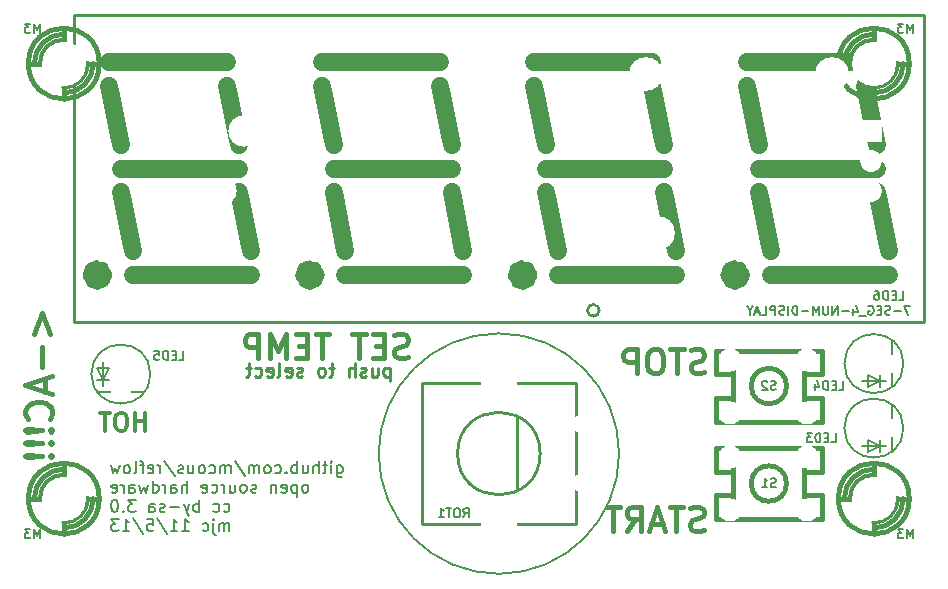
<source format=gbo>
G04 (created by PCBNEW (2013-07-07 BZR 4022)-stable) date 11/5/2013 1:48:53 AM*
%MOIN*%
G04 Gerber Fmt 3.4, Leading zero omitted, Abs format*
%FSLAX34Y34*%
G01*
G70*
G90*
G04 APERTURE LIST*
%ADD10C,0.006*%
%ADD11C,0.008*%
%ADD12C,0.009*%
%ADD13C,0.018*%
%ADD14C,0.00787402*%
%ADD15C,0.015*%
%ADD16C,0.01*%
%ADD17C,0.0590551*%
%ADD18C,0.016*%
%ADD19C,0.012*%
%ADD20C,0.0847*%
%ADD21C,0.0769*%
%ADD22C,0.1044*%
%ADD23C,0.1123*%
%ADD24C,0.0768661*%
%ADD25C,0.0650551*%
%ADD26C,0.12411*%
%ADD27R,0.0493071X0.0493071*%
%ADD28C,0.0532441*%
%ADD29R,0.0729291X0.0729291*%
%ADD30C,0.0729291*%
%ADD31C,0.0689921*%
%ADD32R,0.0847402X0.0847402*%
%ADD33C,0.0847402*%
%ADD34C,0.147732*%
G04 APERTURE END LIST*
G54D10*
G54D11*
X10599Y2604D02*
X10599Y2280D01*
X10619Y2242D01*
X10638Y2223D01*
X10676Y2204D01*
X10733Y2204D01*
X10771Y2223D01*
X10599Y2357D02*
X10638Y2338D01*
X10714Y2338D01*
X10752Y2357D01*
X10771Y2376D01*
X10790Y2414D01*
X10790Y2528D01*
X10771Y2566D01*
X10752Y2585D01*
X10714Y2604D01*
X10638Y2604D01*
X10599Y2585D01*
X10409Y2338D02*
X10409Y2604D01*
X10409Y2738D02*
X10428Y2719D01*
X10409Y2700D01*
X10390Y2719D01*
X10409Y2738D01*
X10409Y2700D01*
X10276Y2604D02*
X10123Y2604D01*
X10219Y2738D02*
X10219Y2395D01*
X10199Y2357D01*
X10161Y2338D01*
X10123Y2338D01*
X9990Y2338D02*
X9990Y2738D01*
X9819Y2338D02*
X9819Y2547D01*
X9838Y2585D01*
X9876Y2604D01*
X9933Y2604D01*
X9971Y2585D01*
X9990Y2566D01*
X9457Y2604D02*
X9457Y2338D01*
X9628Y2604D02*
X9628Y2395D01*
X9609Y2357D01*
X9571Y2338D01*
X9514Y2338D01*
X9476Y2357D01*
X9457Y2376D01*
X9266Y2338D02*
X9266Y2738D01*
X9266Y2585D02*
X9228Y2604D01*
X9152Y2604D01*
X9114Y2585D01*
X9095Y2566D01*
X9076Y2528D01*
X9076Y2414D01*
X9095Y2376D01*
X9114Y2357D01*
X9152Y2338D01*
X9228Y2338D01*
X9266Y2357D01*
X8904Y2376D02*
X8885Y2357D01*
X8904Y2338D01*
X8923Y2357D01*
X8904Y2376D01*
X8904Y2338D01*
X8542Y2357D02*
X8580Y2338D01*
X8657Y2338D01*
X8695Y2357D01*
X8714Y2376D01*
X8733Y2414D01*
X8733Y2528D01*
X8714Y2566D01*
X8695Y2585D01*
X8657Y2604D01*
X8580Y2604D01*
X8542Y2585D01*
X8314Y2338D02*
X8352Y2357D01*
X8371Y2376D01*
X8390Y2414D01*
X8390Y2528D01*
X8371Y2566D01*
X8352Y2585D01*
X8314Y2604D01*
X8257Y2604D01*
X8219Y2585D01*
X8199Y2566D01*
X8180Y2528D01*
X8180Y2414D01*
X8199Y2376D01*
X8219Y2357D01*
X8257Y2338D01*
X8314Y2338D01*
X8009Y2338D02*
X8009Y2604D01*
X8009Y2566D02*
X7990Y2585D01*
X7952Y2604D01*
X7895Y2604D01*
X7857Y2585D01*
X7838Y2547D01*
X7838Y2338D01*
X7838Y2547D02*
X7819Y2585D01*
X7780Y2604D01*
X7723Y2604D01*
X7685Y2585D01*
X7666Y2547D01*
X7666Y2338D01*
X7190Y2757D02*
X7533Y2242D01*
X7057Y2338D02*
X7057Y2604D01*
X7057Y2566D02*
X7038Y2585D01*
X6999Y2604D01*
X6942Y2604D01*
X6904Y2585D01*
X6885Y2547D01*
X6885Y2338D01*
X6885Y2547D02*
X6866Y2585D01*
X6828Y2604D01*
X6771Y2604D01*
X6733Y2585D01*
X6714Y2547D01*
X6714Y2338D01*
X6352Y2357D02*
X6390Y2338D01*
X6466Y2338D01*
X6504Y2357D01*
X6523Y2376D01*
X6542Y2414D01*
X6542Y2528D01*
X6523Y2566D01*
X6504Y2585D01*
X6466Y2604D01*
X6390Y2604D01*
X6352Y2585D01*
X6123Y2338D02*
X6161Y2357D01*
X6180Y2376D01*
X6199Y2414D01*
X6199Y2528D01*
X6180Y2566D01*
X6161Y2585D01*
X6123Y2604D01*
X6066Y2604D01*
X6028Y2585D01*
X6009Y2566D01*
X5990Y2528D01*
X5990Y2414D01*
X6009Y2376D01*
X6028Y2357D01*
X6066Y2338D01*
X6123Y2338D01*
X5647Y2604D02*
X5647Y2338D01*
X5819Y2604D02*
X5819Y2395D01*
X5799Y2357D01*
X5761Y2338D01*
X5704Y2338D01*
X5666Y2357D01*
X5647Y2376D01*
X5476Y2357D02*
X5438Y2338D01*
X5361Y2338D01*
X5323Y2357D01*
X5304Y2395D01*
X5304Y2414D01*
X5323Y2452D01*
X5361Y2471D01*
X5419Y2471D01*
X5457Y2490D01*
X5476Y2528D01*
X5476Y2547D01*
X5457Y2585D01*
X5419Y2604D01*
X5361Y2604D01*
X5323Y2585D01*
X4847Y2757D02*
X5190Y2242D01*
X4714Y2338D02*
X4714Y2604D01*
X4714Y2528D02*
X4695Y2566D01*
X4676Y2585D01*
X4638Y2604D01*
X4599Y2604D01*
X4314Y2357D02*
X4352Y2338D01*
X4428Y2338D01*
X4466Y2357D01*
X4485Y2395D01*
X4485Y2547D01*
X4466Y2585D01*
X4428Y2604D01*
X4352Y2604D01*
X4314Y2585D01*
X4295Y2547D01*
X4295Y2509D01*
X4485Y2471D01*
X4180Y2604D02*
X4028Y2604D01*
X4123Y2338D02*
X4123Y2680D01*
X4104Y2719D01*
X4066Y2738D01*
X4028Y2738D01*
X3838Y2338D02*
X3876Y2357D01*
X3895Y2395D01*
X3895Y2738D01*
X3628Y2338D02*
X3666Y2357D01*
X3685Y2376D01*
X3704Y2414D01*
X3704Y2528D01*
X3685Y2566D01*
X3666Y2585D01*
X3628Y2604D01*
X3571Y2604D01*
X3533Y2585D01*
X3514Y2566D01*
X3495Y2528D01*
X3495Y2414D01*
X3514Y2376D01*
X3533Y2357D01*
X3571Y2338D01*
X3628Y2338D01*
X3361Y2604D02*
X3285Y2338D01*
X3209Y2528D01*
X3133Y2338D01*
X3057Y2604D01*
X9571Y1698D02*
X9609Y1717D01*
X9628Y1736D01*
X9647Y1774D01*
X9647Y1888D01*
X9628Y1926D01*
X9609Y1945D01*
X9571Y1964D01*
X9514Y1964D01*
X9476Y1945D01*
X9457Y1926D01*
X9438Y1888D01*
X9438Y1774D01*
X9457Y1736D01*
X9476Y1717D01*
X9514Y1698D01*
X9571Y1698D01*
X9266Y1964D02*
X9266Y1564D01*
X9266Y1945D02*
X9228Y1964D01*
X9152Y1964D01*
X9114Y1945D01*
X9095Y1926D01*
X9076Y1888D01*
X9076Y1774D01*
X9095Y1736D01*
X9114Y1717D01*
X9152Y1698D01*
X9228Y1698D01*
X9266Y1717D01*
X8752Y1717D02*
X8790Y1698D01*
X8866Y1698D01*
X8904Y1717D01*
X8923Y1755D01*
X8923Y1907D01*
X8904Y1945D01*
X8866Y1964D01*
X8790Y1964D01*
X8752Y1945D01*
X8733Y1907D01*
X8733Y1869D01*
X8923Y1831D01*
X8561Y1964D02*
X8561Y1698D01*
X8561Y1926D02*
X8542Y1945D01*
X8504Y1964D01*
X8447Y1964D01*
X8409Y1945D01*
X8390Y1907D01*
X8390Y1698D01*
X7914Y1717D02*
X7876Y1698D01*
X7799Y1698D01*
X7761Y1717D01*
X7742Y1755D01*
X7742Y1774D01*
X7761Y1812D01*
X7799Y1831D01*
X7857Y1831D01*
X7895Y1850D01*
X7914Y1888D01*
X7914Y1907D01*
X7895Y1945D01*
X7857Y1964D01*
X7799Y1964D01*
X7761Y1945D01*
X7514Y1698D02*
X7552Y1717D01*
X7571Y1736D01*
X7590Y1774D01*
X7590Y1888D01*
X7571Y1926D01*
X7552Y1945D01*
X7514Y1964D01*
X7457Y1964D01*
X7419Y1945D01*
X7399Y1926D01*
X7380Y1888D01*
X7380Y1774D01*
X7399Y1736D01*
X7419Y1717D01*
X7457Y1698D01*
X7514Y1698D01*
X7038Y1964D02*
X7038Y1698D01*
X7209Y1964D02*
X7209Y1755D01*
X7190Y1717D01*
X7152Y1698D01*
X7095Y1698D01*
X7057Y1717D01*
X7038Y1736D01*
X6847Y1698D02*
X6847Y1964D01*
X6847Y1888D02*
X6828Y1926D01*
X6809Y1945D01*
X6771Y1964D01*
X6733Y1964D01*
X6428Y1717D02*
X6466Y1698D01*
X6542Y1698D01*
X6580Y1717D01*
X6599Y1736D01*
X6619Y1774D01*
X6619Y1888D01*
X6599Y1926D01*
X6580Y1945D01*
X6542Y1964D01*
X6466Y1964D01*
X6428Y1945D01*
X6104Y1717D02*
X6142Y1698D01*
X6219Y1698D01*
X6257Y1717D01*
X6276Y1755D01*
X6276Y1907D01*
X6257Y1945D01*
X6219Y1964D01*
X6142Y1964D01*
X6104Y1945D01*
X6085Y1907D01*
X6085Y1869D01*
X6276Y1831D01*
X5609Y1698D02*
X5609Y2098D01*
X5438Y1698D02*
X5438Y1907D01*
X5457Y1945D01*
X5495Y1964D01*
X5552Y1964D01*
X5590Y1945D01*
X5609Y1926D01*
X5076Y1698D02*
X5076Y1907D01*
X5095Y1945D01*
X5133Y1964D01*
X5209Y1964D01*
X5247Y1945D01*
X5076Y1717D02*
X5114Y1698D01*
X5209Y1698D01*
X5247Y1717D01*
X5266Y1755D01*
X5266Y1793D01*
X5247Y1831D01*
X5209Y1850D01*
X5114Y1850D01*
X5076Y1869D01*
X4885Y1698D02*
X4885Y1964D01*
X4885Y1888D02*
X4866Y1926D01*
X4847Y1945D01*
X4809Y1964D01*
X4771Y1964D01*
X4466Y1698D02*
X4466Y2098D01*
X4466Y1717D02*
X4504Y1698D01*
X4580Y1698D01*
X4619Y1717D01*
X4638Y1736D01*
X4657Y1774D01*
X4657Y1888D01*
X4638Y1926D01*
X4619Y1945D01*
X4580Y1964D01*
X4504Y1964D01*
X4466Y1945D01*
X4314Y1964D02*
X4238Y1698D01*
X4161Y1888D01*
X4085Y1698D01*
X4009Y1964D01*
X3685Y1698D02*
X3685Y1907D01*
X3704Y1945D01*
X3742Y1964D01*
X3819Y1964D01*
X3857Y1945D01*
X3685Y1717D02*
X3723Y1698D01*
X3819Y1698D01*
X3857Y1717D01*
X3876Y1755D01*
X3876Y1793D01*
X3857Y1831D01*
X3819Y1850D01*
X3723Y1850D01*
X3685Y1869D01*
X3495Y1698D02*
X3495Y1964D01*
X3495Y1888D02*
X3476Y1926D01*
X3457Y1945D01*
X3419Y1964D01*
X3380Y1964D01*
X3095Y1717D02*
X3133Y1698D01*
X3209Y1698D01*
X3247Y1717D01*
X3266Y1755D01*
X3266Y1907D01*
X3247Y1945D01*
X3209Y1964D01*
X3133Y1964D01*
X3095Y1945D01*
X3076Y1907D01*
X3076Y1869D01*
X3266Y1831D01*
X6828Y1077D02*
X6866Y1058D01*
X6942Y1058D01*
X6980Y1077D01*
X6999Y1096D01*
X7019Y1134D01*
X7019Y1248D01*
X6999Y1286D01*
X6980Y1305D01*
X6942Y1324D01*
X6866Y1324D01*
X6828Y1305D01*
X6485Y1077D02*
X6523Y1058D01*
X6599Y1058D01*
X6638Y1077D01*
X6657Y1096D01*
X6676Y1134D01*
X6676Y1248D01*
X6657Y1286D01*
X6638Y1305D01*
X6599Y1324D01*
X6523Y1324D01*
X6485Y1305D01*
X6009Y1058D02*
X6009Y1458D01*
X6009Y1305D02*
X5971Y1324D01*
X5895Y1324D01*
X5857Y1305D01*
X5838Y1286D01*
X5819Y1248D01*
X5819Y1134D01*
X5838Y1096D01*
X5857Y1077D01*
X5895Y1058D01*
X5971Y1058D01*
X6009Y1077D01*
X5685Y1324D02*
X5590Y1058D01*
X5495Y1324D02*
X5590Y1058D01*
X5628Y962D01*
X5647Y943D01*
X5685Y924D01*
X5342Y1210D02*
X5038Y1210D01*
X4866Y1077D02*
X4828Y1058D01*
X4752Y1058D01*
X4714Y1077D01*
X4695Y1115D01*
X4695Y1134D01*
X4714Y1172D01*
X4752Y1191D01*
X4809Y1191D01*
X4847Y1210D01*
X4866Y1248D01*
X4866Y1267D01*
X4847Y1305D01*
X4809Y1324D01*
X4752Y1324D01*
X4714Y1305D01*
X4352Y1058D02*
X4352Y1267D01*
X4371Y1305D01*
X4409Y1324D01*
X4485Y1324D01*
X4523Y1305D01*
X4352Y1077D02*
X4390Y1058D01*
X4485Y1058D01*
X4523Y1077D01*
X4542Y1115D01*
X4542Y1153D01*
X4523Y1191D01*
X4485Y1210D01*
X4390Y1210D01*
X4352Y1229D01*
X3895Y1458D02*
X3647Y1458D01*
X3780Y1305D01*
X3723Y1305D01*
X3685Y1286D01*
X3666Y1267D01*
X3647Y1229D01*
X3647Y1134D01*
X3666Y1096D01*
X3685Y1077D01*
X3723Y1058D01*
X3838Y1058D01*
X3876Y1077D01*
X3895Y1096D01*
X3476Y1096D02*
X3457Y1077D01*
X3476Y1058D01*
X3495Y1077D01*
X3476Y1096D01*
X3476Y1058D01*
X3209Y1458D02*
X3171Y1458D01*
X3133Y1439D01*
X3114Y1420D01*
X3095Y1381D01*
X3076Y1305D01*
X3076Y1210D01*
X3095Y1134D01*
X3114Y1096D01*
X3133Y1077D01*
X3171Y1058D01*
X3209Y1058D01*
X3247Y1077D01*
X3266Y1096D01*
X3285Y1134D01*
X3304Y1210D01*
X3304Y1305D01*
X3285Y1381D01*
X3266Y1420D01*
X3247Y1439D01*
X3209Y1458D01*
X7019Y418D02*
X7019Y684D01*
X7019Y646D02*
X7000Y665D01*
X6961Y684D01*
X6904Y684D01*
X6866Y665D01*
X6847Y627D01*
X6847Y418D01*
X6847Y627D02*
X6828Y665D01*
X6790Y684D01*
X6733Y684D01*
X6695Y665D01*
X6676Y627D01*
X6676Y418D01*
X6485Y684D02*
X6485Y341D01*
X6504Y303D01*
X6542Y284D01*
X6561Y284D01*
X6485Y818D02*
X6504Y799D01*
X6485Y780D01*
X6466Y799D01*
X6485Y818D01*
X6485Y780D01*
X6123Y437D02*
X6161Y418D01*
X6238Y418D01*
X6276Y437D01*
X6295Y456D01*
X6314Y494D01*
X6314Y608D01*
X6295Y646D01*
X6276Y665D01*
X6238Y684D01*
X6161Y684D01*
X6123Y665D01*
X5438Y418D02*
X5666Y418D01*
X5552Y418D02*
X5552Y818D01*
X5590Y760D01*
X5628Y722D01*
X5666Y703D01*
X5057Y418D02*
X5285Y418D01*
X5171Y418D02*
X5171Y818D01*
X5209Y760D01*
X5247Y722D01*
X5285Y703D01*
X4600Y837D02*
X4942Y322D01*
X4276Y818D02*
X4466Y818D01*
X4485Y627D01*
X4466Y646D01*
X4428Y665D01*
X4333Y665D01*
X4295Y646D01*
X4276Y627D01*
X4257Y589D01*
X4257Y494D01*
X4276Y456D01*
X4295Y437D01*
X4333Y418D01*
X4428Y418D01*
X4466Y437D01*
X4485Y456D01*
X3800Y837D02*
X4142Y322D01*
X3457Y418D02*
X3685Y418D01*
X3571Y418D02*
X3571Y818D01*
X3609Y760D01*
X3647Y722D01*
X3685Y703D01*
X3323Y818D02*
X3076Y818D01*
X3209Y665D01*
X3152Y665D01*
X3114Y646D01*
X3095Y627D01*
X3076Y589D01*
X3076Y494D01*
X3095Y456D01*
X3114Y437D01*
X3152Y418D01*
X3266Y418D01*
X3304Y437D01*
X3323Y456D01*
G54D12*
X12367Y5867D02*
X12367Y5417D01*
X12367Y5846D02*
X12325Y5867D01*
X12239Y5867D01*
X12196Y5846D01*
X12175Y5825D01*
X12153Y5782D01*
X12153Y5653D01*
X12175Y5610D01*
X12196Y5589D01*
X12239Y5567D01*
X12325Y5567D01*
X12367Y5589D01*
X11767Y5867D02*
X11767Y5567D01*
X11960Y5867D02*
X11960Y5632D01*
X11939Y5589D01*
X11896Y5567D01*
X11832Y5567D01*
X11789Y5589D01*
X11767Y5610D01*
X11575Y5589D02*
X11532Y5567D01*
X11446Y5567D01*
X11403Y5589D01*
X11382Y5632D01*
X11382Y5653D01*
X11403Y5696D01*
X11446Y5717D01*
X11510Y5717D01*
X11553Y5739D01*
X11575Y5782D01*
X11575Y5803D01*
X11553Y5846D01*
X11510Y5867D01*
X11446Y5867D01*
X11403Y5846D01*
X11189Y5567D02*
X11189Y6017D01*
X10996Y5567D02*
X10996Y5803D01*
X11017Y5846D01*
X11060Y5867D01*
X11124Y5867D01*
X11167Y5846D01*
X11189Y5825D01*
X10503Y5867D02*
X10332Y5867D01*
X10439Y6017D02*
X10439Y5632D01*
X10417Y5589D01*
X10374Y5567D01*
X10332Y5567D01*
X10117Y5567D02*
X10160Y5589D01*
X10182Y5610D01*
X10203Y5653D01*
X10203Y5782D01*
X10182Y5825D01*
X10160Y5846D01*
X10117Y5867D01*
X10053Y5867D01*
X10010Y5846D01*
X9989Y5825D01*
X9967Y5782D01*
X9967Y5653D01*
X9989Y5610D01*
X10010Y5589D01*
X10053Y5567D01*
X10117Y5567D01*
X9453Y5589D02*
X9410Y5567D01*
X9324Y5567D01*
X9282Y5589D01*
X9260Y5632D01*
X9260Y5653D01*
X9282Y5696D01*
X9324Y5717D01*
X9389Y5717D01*
X9432Y5739D01*
X9453Y5782D01*
X9453Y5803D01*
X9432Y5846D01*
X9389Y5867D01*
X9324Y5867D01*
X9282Y5846D01*
X8896Y5589D02*
X8939Y5567D01*
X9024Y5567D01*
X9067Y5589D01*
X9089Y5632D01*
X9089Y5803D01*
X9067Y5846D01*
X9024Y5867D01*
X8939Y5867D01*
X8896Y5846D01*
X8874Y5803D01*
X8874Y5760D01*
X9089Y5717D01*
X8617Y5567D02*
X8660Y5589D01*
X8682Y5632D01*
X8682Y6017D01*
X8275Y5589D02*
X8317Y5567D01*
X8403Y5567D01*
X8446Y5589D01*
X8467Y5632D01*
X8467Y5803D01*
X8446Y5846D01*
X8403Y5867D01*
X8317Y5867D01*
X8275Y5846D01*
X8253Y5803D01*
X8253Y5760D01*
X8467Y5717D01*
X7867Y5589D02*
X7910Y5567D01*
X7996Y5567D01*
X8039Y5589D01*
X8060Y5610D01*
X8082Y5653D01*
X8082Y5782D01*
X8060Y5825D01*
X8039Y5846D01*
X7996Y5867D01*
X7910Y5867D01*
X7867Y5846D01*
X7739Y5867D02*
X7567Y5867D01*
X7675Y6017D02*
X7675Y5632D01*
X7653Y5589D01*
X7610Y5567D01*
X7567Y5567D01*
G54D13*
X514Y6992D02*
X771Y7678D01*
X1028Y6992D01*
X771Y6564D02*
X771Y5878D01*
X857Y5492D02*
X857Y5064D01*
X1114Y5578D02*
X214Y5278D01*
X1114Y4978D01*
X1028Y4164D02*
X1071Y4207D01*
X1114Y4335D01*
X1114Y4421D01*
X1071Y4549D01*
X985Y4635D01*
X900Y4678D01*
X728Y4721D01*
X600Y4721D01*
X428Y4678D01*
X342Y4635D01*
X257Y4549D01*
X214Y4421D01*
X214Y4335D01*
X257Y4207D01*
X300Y4164D01*
X1028Y3778D02*
X1071Y3735D01*
X1114Y3778D01*
X1071Y3821D01*
X1028Y3778D01*
X1114Y3778D01*
X771Y3778D02*
X257Y3821D01*
X214Y3778D01*
X257Y3735D01*
X771Y3778D01*
X214Y3778D01*
X1028Y3349D02*
X1071Y3307D01*
X1114Y3349D01*
X1071Y3392D01*
X1028Y3349D01*
X1114Y3349D01*
X771Y3349D02*
X257Y3392D01*
X214Y3349D01*
X257Y3307D01*
X771Y3349D01*
X214Y3349D01*
X1028Y2921D02*
X1071Y2878D01*
X1114Y2921D01*
X1071Y2964D01*
X1028Y2921D01*
X1114Y2921D01*
X771Y2921D02*
X257Y2964D01*
X214Y2921D01*
X257Y2878D01*
X771Y2921D01*
X214Y2921D01*
G54D14*
X20007Y3000D02*
G75*
G03X20007Y3000I-4007J0D01*
G74*
G01*
G54D15*
X26181Y3181D02*
X26771Y3181D01*
X26771Y3181D02*
X26771Y2393D01*
X26771Y2393D02*
X26181Y2393D01*
X26181Y818D02*
X26771Y818D01*
X26771Y818D02*
X26771Y1606D01*
X26771Y1606D02*
X26181Y1606D01*
X23818Y3181D02*
X23228Y3181D01*
X23228Y3181D02*
X23228Y2393D01*
X23228Y2393D02*
X23818Y2393D01*
X23818Y1606D02*
X23228Y1606D01*
X23818Y818D02*
X23228Y818D01*
X23228Y818D02*
X23228Y1606D01*
X25590Y2000D02*
G75*
G03X25590Y2000I-590J0D01*
G74*
G01*
X23818Y818D02*
X23818Y3181D01*
X23818Y3181D02*
X26181Y3181D01*
X26181Y3181D02*
X26181Y818D01*
X26181Y818D02*
X23818Y818D01*
X26181Y6431D02*
X26771Y6431D01*
X26771Y6431D02*
X26771Y5643D01*
X26771Y5643D02*
X26181Y5643D01*
X26181Y4068D02*
X26771Y4068D01*
X26771Y4068D02*
X26771Y4856D01*
X26771Y4856D02*
X26181Y4856D01*
X23818Y6431D02*
X23228Y6431D01*
X23228Y6431D02*
X23228Y5643D01*
X23228Y5643D02*
X23818Y5643D01*
X23818Y4856D02*
X23228Y4856D01*
X23818Y4068D02*
X23228Y4068D01*
X23228Y4068D02*
X23228Y4856D01*
X25590Y5250D02*
G75*
G03X25590Y5250I-590J0D01*
G74*
G01*
X23818Y4068D02*
X23818Y6431D01*
X23818Y6431D02*
X26181Y6431D01*
X26181Y6431D02*
X26181Y4068D01*
X26181Y4068D02*
X23818Y4068D01*
G54D16*
X16590Y4181D02*
X16590Y1818D01*
X17377Y3000D02*
G75*
G03X17377Y3000I-1377J0D01*
G74*
G01*
X13440Y5362D02*
X13440Y637D01*
X13440Y637D02*
X18559Y637D01*
X18559Y637D02*
X18559Y5362D01*
X18559Y5362D02*
X13440Y5362D01*
X19346Y7775D02*
G75*
G03X19346Y7775I-196J0D01*
G74*
G01*
G54D17*
X2811Y8956D02*
G75*
G03X2811Y8956I-196J0D01*
G74*
G01*
X9897Y8956D02*
G75*
G03X9897Y8956I-196J0D01*
G74*
G01*
X16984Y8956D02*
G75*
G03X16984Y8956I-196J0D01*
G74*
G01*
X24070Y8956D02*
G75*
G03X24070Y8956I-196J0D01*
G74*
G01*
X28598Y12500D02*
X24661Y12500D01*
X24267Y16043D02*
X28204Y16043D01*
X28992Y8956D02*
X25055Y8956D01*
X28598Y13287D02*
X28204Y15255D01*
X24661Y13287D02*
X24267Y15255D01*
X25055Y9744D02*
X24661Y11712D01*
X28992Y9744D02*
X28598Y11712D01*
X21905Y9744D02*
X21511Y11712D01*
X17968Y9744D02*
X17574Y11712D01*
X17574Y13287D02*
X17181Y15255D01*
X21511Y13287D02*
X21118Y15255D01*
X21905Y8956D02*
X17968Y8956D01*
X17181Y16043D02*
X21118Y16043D01*
X21511Y12500D02*
X17574Y12500D01*
X7338Y12500D02*
X3401Y12500D01*
X3007Y16043D02*
X6944Y16043D01*
X7732Y8956D02*
X3795Y8956D01*
X7338Y13287D02*
X6944Y15255D01*
X3401Y13287D02*
X3007Y15255D01*
X3795Y9744D02*
X3401Y11712D01*
X7732Y9744D02*
X7338Y11712D01*
X14818Y9744D02*
X14425Y11712D01*
X10881Y9744D02*
X10488Y11712D01*
X10488Y13287D02*
X10094Y15255D01*
X14425Y13287D02*
X14031Y15255D01*
X14818Y8956D02*
X10881Y8956D01*
X10094Y16043D02*
X14031Y16043D01*
X14425Y12500D02*
X10488Y12500D01*
G54D16*
X1826Y7381D02*
X30173Y7381D01*
X30173Y7381D02*
X30173Y17618D01*
X30173Y17618D02*
X1826Y17618D01*
X1826Y17618D02*
X1826Y7381D01*
G54D11*
X29090Y3062D02*
X29090Y4637D01*
X28696Y3456D02*
X28696Y3062D01*
X28303Y3062D02*
X28303Y3456D01*
X28303Y3456D02*
X28696Y3259D01*
X28696Y3259D02*
X28303Y3062D01*
X28106Y3259D02*
X28893Y3259D01*
X29484Y3850D02*
G75*
G03X29484Y3850I-984J0D01*
G74*
G01*
X29090Y5212D02*
X29090Y6787D01*
X28696Y5606D02*
X28696Y5212D01*
X28303Y5212D02*
X28303Y5606D01*
X28303Y5606D02*
X28696Y5409D01*
X28696Y5409D02*
X28303Y5212D01*
X28106Y5409D02*
X28893Y5409D01*
X29484Y6000D02*
G75*
G03X29484Y6000I-984J0D01*
G74*
G01*
X2612Y5059D02*
X4187Y5059D01*
X3006Y5453D02*
X2612Y5453D01*
X2612Y5846D02*
X3006Y5846D01*
X3006Y5846D02*
X2809Y5453D01*
X2809Y5453D02*
X2612Y5846D01*
X2809Y6043D02*
X2809Y5256D01*
X4384Y5650D02*
G75*
G03X4384Y5650I-984J0D01*
G74*
G01*
G54D15*
X27515Y1500D02*
G75*
G02X28500Y2484I984J0D01*
G74*
G01*
X27712Y1500D02*
G75*
G02X28500Y2287I787J0D01*
G74*
G01*
X27909Y1500D02*
G75*
G02X28500Y2090I590J0D01*
G74*
G01*
X28106Y1500D02*
G75*
G02X28500Y1893I393J0D01*
G74*
G01*
X28303Y1500D02*
G75*
G02X28500Y1696I196J0D01*
G74*
G01*
X29484Y1500D02*
G75*
G02X28500Y515I-984J0D01*
G74*
G01*
X29287Y1500D02*
G75*
G02X28500Y712I-787J0D01*
G74*
G01*
X29090Y1500D02*
G75*
G02X28500Y909I-590J0D01*
G74*
G01*
X28893Y1500D02*
G75*
G02X28500Y1106I-393J0D01*
G74*
G01*
X28696Y1500D02*
G75*
G02X28500Y1303I-196J0D01*
G74*
G01*
X28500Y1500D02*
X28500Y2681D01*
X28500Y1500D02*
X27318Y1500D01*
X28500Y1500D02*
X29681Y1500D01*
X28500Y1500D02*
X28500Y318D01*
X29681Y1500D02*
G75*
G03X29681Y1500I-1181J0D01*
G74*
G01*
X27515Y16000D02*
G75*
G02X28500Y16984I984J0D01*
G74*
G01*
X27712Y16000D02*
G75*
G02X28500Y16787I787J0D01*
G74*
G01*
X27909Y16000D02*
G75*
G02X28500Y16590I590J0D01*
G74*
G01*
X28106Y16000D02*
G75*
G02X28500Y16393I393J0D01*
G74*
G01*
X28303Y16000D02*
G75*
G02X28500Y16196I196J0D01*
G74*
G01*
X29484Y16000D02*
G75*
G02X28500Y15015I-984J0D01*
G74*
G01*
X29287Y16000D02*
G75*
G02X28500Y15212I-787J0D01*
G74*
G01*
X29090Y16000D02*
G75*
G02X28500Y15409I-590J0D01*
G74*
G01*
X28893Y16000D02*
G75*
G02X28500Y15606I-393J0D01*
G74*
G01*
X28696Y16000D02*
G75*
G02X28500Y15803I-196J0D01*
G74*
G01*
X28500Y16000D02*
X28500Y17181D01*
X28500Y16000D02*
X27318Y16000D01*
X28500Y16000D02*
X29681Y16000D01*
X28500Y16000D02*
X28500Y14818D01*
X29681Y16000D02*
G75*
G03X29681Y16000I-1181J0D01*
G74*
G01*
X515Y1500D02*
G75*
G02X1500Y2484I984J0D01*
G74*
G01*
X712Y1500D02*
G75*
G02X1500Y2287I787J0D01*
G74*
G01*
X909Y1500D02*
G75*
G02X1500Y2090I590J0D01*
G74*
G01*
X1106Y1500D02*
G75*
G02X1500Y1893I393J0D01*
G74*
G01*
X1303Y1500D02*
G75*
G02X1500Y1696I196J0D01*
G74*
G01*
X2484Y1500D02*
G75*
G02X1500Y515I-984J0D01*
G74*
G01*
X2287Y1500D02*
G75*
G02X1500Y712I-787J0D01*
G74*
G01*
X2090Y1500D02*
G75*
G02X1500Y909I-590J0D01*
G74*
G01*
X1893Y1500D02*
G75*
G02X1500Y1106I-393J0D01*
G74*
G01*
X1696Y1500D02*
G75*
G02X1500Y1303I-196J0D01*
G74*
G01*
X1500Y1500D02*
X1500Y2681D01*
X1500Y1500D02*
X318Y1500D01*
X1500Y1500D02*
X2681Y1500D01*
X1500Y1500D02*
X1500Y318D01*
X2681Y1500D02*
G75*
G03X2681Y1500I-1181J0D01*
G74*
G01*
X515Y16000D02*
G75*
G02X1500Y16984I984J0D01*
G74*
G01*
X712Y16000D02*
G75*
G02X1500Y16787I787J0D01*
G74*
G01*
X909Y16000D02*
G75*
G02X1500Y16590I590J0D01*
G74*
G01*
X1106Y16000D02*
G75*
G02X1500Y16393I393J0D01*
G74*
G01*
X1303Y16000D02*
G75*
G02X1500Y16196I196J0D01*
G74*
G01*
X2484Y16000D02*
G75*
G02X1500Y15015I-984J0D01*
G74*
G01*
X2287Y16000D02*
G75*
G02X1500Y15212I-787J0D01*
G74*
G01*
X2090Y16000D02*
G75*
G02X1500Y15409I-590J0D01*
G74*
G01*
X1893Y16000D02*
G75*
G02X1500Y15606I-393J0D01*
G74*
G01*
X1696Y16000D02*
G75*
G02X1500Y15803I-196J0D01*
G74*
G01*
X1500Y16000D02*
X1500Y17181D01*
X1500Y16000D02*
X318Y16000D01*
X1500Y16000D02*
X2681Y16000D01*
X1500Y16000D02*
X1500Y14818D01*
X2681Y16000D02*
G75*
G03X2681Y16000I-1181J0D01*
G74*
G01*
G54D10*
X25228Y1892D02*
X25185Y1878D01*
X25114Y1878D01*
X25085Y1892D01*
X25071Y1907D01*
X25057Y1935D01*
X25057Y1964D01*
X25071Y1992D01*
X25085Y2007D01*
X25114Y2021D01*
X25171Y2035D01*
X25200Y2050D01*
X25214Y2064D01*
X25228Y2092D01*
X25228Y2121D01*
X25214Y2150D01*
X25200Y2164D01*
X25171Y2178D01*
X25100Y2178D01*
X25057Y2164D01*
X24771Y1878D02*
X24942Y1878D01*
X24857Y1878D02*
X24857Y2178D01*
X24885Y2135D01*
X24914Y2107D01*
X24942Y2092D01*
G54D18*
X22830Y464D02*
X22716Y426D01*
X22526Y426D01*
X22449Y464D01*
X22411Y502D01*
X22373Y578D01*
X22373Y654D01*
X22411Y730D01*
X22449Y769D01*
X22526Y807D01*
X22678Y845D01*
X22754Y883D01*
X22792Y921D01*
X22830Y997D01*
X22830Y1073D01*
X22792Y1150D01*
X22754Y1188D01*
X22678Y1226D01*
X22488Y1226D01*
X22373Y1188D01*
X22145Y1226D02*
X21688Y1226D01*
X21916Y426D02*
X21916Y1226D01*
X21459Y654D02*
X21078Y654D01*
X21535Y426D02*
X21269Y1226D01*
X21002Y426D01*
X20278Y426D02*
X20545Y807D01*
X20735Y426D02*
X20735Y1226D01*
X20430Y1226D01*
X20354Y1188D01*
X20316Y1150D01*
X20278Y1073D01*
X20278Y959D01*
X20316Y883D01*
X20354Y845D01*
X20430Y807D01*
X20735Y807D01*
X20050Y1226D02*
X19592Y1226D01*
X19821Y426D02*
X19821Y1226D01*
G54D10*
X25228Y5142D02*
X25185Y5128D01*
X25114Y5128D01*
X25085Y5142D01*
X25071Y5157D01*
X25057Y5185D01*
X25057Y5214D01*
X25071Y5242D01*
X25085Y5257D01*
X25114Y5271D01*
X25171Y5285D01*
X25200Y5300D01*
X25214Y5314D01*
X25228Y5342D01*
X25228Y5371D01*
X25214Y5400D01*
X25200Y5414D01*
X25171Y5428D01*
X25100Y5428D01*
X25057Y5414D01*
X24942Y5400D02*
X24928Y5414D01*
X24900Y5428D01*
X24828Y5428D01*
X24800Y5414D01*
X24785Y5400D01*
X24771Y5371D01*
X24771Y5342D01*
X24785Y5300D01*
X24957Y5128D01*
X24771Y5128D01*
G54D18*
X22852Y5714D02*
X22738Y5676D01*
X22547Y5676D01*
X22471Y5714D01*
X22433Y5752D01*
X22395Y5828D01*
X22395Y5904D01*
X22433Y5980D01*
X22471Y6019D01*
X22547Y6057D01*
X22700Y6095D01*
X22776Y6133D01*
X22814Y6171D01*
X22852Y6247D01*
X22852Y6323D01*
X22814Y6400D01*
X22776Y6438D01*
X22700Y6476D01*
X22509Y6476D01*
X22395Y6438D01*
X22166Y6476D02*
X21709Y6476D01*
X21938Y5676D02*
X21938Y6476D01*
X21290Y6476D02*
X21138Y6476D01*
X21061Y6438D01*
X20985Y6361D01*
X20947Y6209D01*
X20947Y5942D01*
X20985Y5790D01*
X21061Y5714D01*
X21138Y5676D01*
X21290Y5676D01*
X21366Y5714D01*
X21442Y5790D01*
X21480Y5942D01*
X21480Y6209D01*
X21442Y6361D01*
X21366Y6438D01*
X21290Y6476D01*
X20604Y5676D02*
X20604Y6476D01*
X20300Y6476D01*
X20223Y6438D01*
X20185Y6400D01*
X20147Y6323D01*
X20147Y6209D01*
X20185Y6133D01*
X20223Y6095D01*
X20300Y6057D01*
X20604Y6057D01*
G54D10*
X14821Y878D02*
X14921Y1021D01*
X14992Y878D02*
X14992Y1178D01*
X14878Y1178D01*
X14849Y1164D01*
X14835Y1150D01*
X14821Y1121D01*
X14821Y1078D01*
X14835Y1050D01*
X14849Y1035D01*
X14878Y1021D01*
X14992Y1021D01*
X14635Y1178D02*
X14578Y1178D01*
X14549Y1164D01*
X14521Y1135D01*
X14507Y1078D01*
X14507Y978D01*
X14521Y921D01*
X14549Y892D01*
X14578Y878D01*
X14635Y878D01*
X14664Y892D01*
X14692Y921D01*
X14707Y978D01*
X14707Y1078D01*
X14692Y1135D01*
X14664Y1164D01*
X14635Y1178D01*
X14421Y1178D02*
X14249Y1178D01*
X14335Y878D02*
X14335Y1178D01*
X13992Y878D02*
X14164Y878D01*
X14078Y878D02*
X14078Y1178D01*
X14107Y1135D01*
X14135Y1107D01*
X14164Y1092D01*
G54D18*
X12973Y6214D02*
X12859Y6176D01*
X12669Y6176D01*
X12592Y6214D01*
X12554Y6252D01*
X12516Y6328D01*
X12516Y6404D01*
X12554Y6480D01*
X12592Y6519D01*
X12669Y6557D01*
X12821Y6595D01*
X12897Y6633D01*
X12935Y6671D01*
X12973Y6747D01*
X12973Y6823D01*
X12935Y6900D01*
X12897Y6938D01*
X12821Y6976D01*
X12630Y6976D01*
X12516Y6938D01*
X12173Y6595D02*
X11907Y6595D01*
X11792Y6176D02*
X12173Y6176D01*
X12173Y6976D01*
X11792Y6976D01*
X11564Y6976D02*
X11107Y6976D01*
X11335Y6176D02*
X11335Y6976D01*
X10345Y6976D02*
X9888Y6976D01*
X10116Y6176D02*
X10116Y6976D01*
X9621Y6595D02*
X9354Y6595D01*
X9240Y6176D02*
X9621Y6176D01*
X9621Y6976D01*
X9240Y6976D01*
X8897Y6176D02*
X8897Y6976D01*
X8630Y6404D01*
X8364Y6976D01*
X8364Y6176D01*
X7983Y6176D02*
X7983Y6976D01*
X7678Y6976D01*
X7602Y6938D01*
X7564Y6900D01*
X7526Y6823D01*
X7526Y6709D01*
X7564Y6633D01*
X7602Y6595D01*
X7678Y6557D01*
X7983Y6557D01*
G54D10*
X29335Y8128D02*
X29478Y8128D01*
X29478Y8428D01*
X29235Y8285D02*
X29135Y8285D01*
X29092Y8128D02*
X29235Y8128D01*
X29235Y8428D01*
X29092Y8428D01*
X28964Y8128D02*
X28964Y8428D01*
X28892Y8428D01*
X28850Y8414D01*
X28821Y8385D01*
X28807Y8357D01*
X28792Y8300D01*
X28792Y8257D01*
X28807Y8200D01*
X28821Y8171D01*
X28850Y8142D01*
X28892Y8128D01*
X28964Y8128D01*
X28535Y8428D02*
X28592Y8428D01*
X28621Y8414D01*
X28635Y8400D01*
X28664Y8357D01*
X28678Y8300D01*
X28678Y8185D01*
X28664Y8157D01*
X28650Y8142D01*
X28621Y8128D01*
X28564Y8128D01*
X28535Y8142D01*
X28521Y8157D01*
X28507Y8185D01*
X28507Y8257D01*
X28521Y8285D01*
X28535Y8300D01*
X28564Y8314D01*
X28621Y8314D01*
X28650Y8300D01*
X28664Y8285D01*
X28678Y8257D01*
X29721Y7928D02*
X29521Y7928D01*
X29650Y7628D01*
X29407Y7742D02*
X29178Y7742D01*
X29050Y7642D02*
X29007Y7628D01*
X28935Y7628D01*
X28907Y7642D01*
X28892Y7657D01*
X28878Y7685D01*
X28878Y7714D01*
X28892Y7742D01*
X28907Y7757D01*
X28935Y7771D01*
X28992Y7785D01*
X29021Y7800D01*
X29035Y7814D01*
X29050Y7842D01*
X29050Y7871D01*
X29035Y7900D01*
X29021Y7914D01*
X28992Y7928D01*
X28921Y7928D01*
X28878Y7914D01*
X28750Y7785D02*
X28650Y7785D01*
X28607Y7628D02*
X28750Y7628D01*
X28750Y7928D01*
X28607Y7928D01*
X28321Y7914D02*
X28350Y7928D01*
X28392Y7928D01*
X28435Y7914D01*
X28464Y7885D01*
X28478Y7857D01*
X28492Y7800D01*
X28492Y7757D01*
X28478Y7700D01*
X28464Y7671D01*
X28435Y7642D01*
X28392Y7628D01*
X28364Y7628D01*
X28321Y7642D01*
X28307Y7657D01*
X28307Y7757D01*
X28364Y7757D01*
X28250Y7600D02*
X28021Y7600D01*
X27821Y7828D02*
X27821Y7628D01*
X27892Y7942D02*
X27964Y7728D01*
X27778Y7728D01*
X27664Y7742D02*
X27435Y7742D01*
X27292Y7628D02*
X27292Y7928D01*
X27121Y7628D01*
X27121Y7928D01*
X26978Y7928D02*
X26978Y7685D01*
X26964Y7657D01*
X26950Y7642D01*
X26921Y7628D01*
X26864Y7628D01*
X26835Y7642D01*
X26821Y7657D01*
X26807Y7685D01*
X26807Y7928D01*
X26664Y7628D02*
X26664Y7928D01*
X26564Y7714D01*
X26464Y7928D01*
X26464Y7628D01*
X26321Y7742D02*
X26092Y7742D01*
X25949Y7628D02*
X25949Y7928D01*
X25878Y7928D01*
X25835Y7914D01*
X25807Y7885D01*
X25792Y7857D01*
X25778Y7800D01*
X25778Y7757D01*
X25792Y7700D01*
X25807Y7671D01*
X25835Y7642D01*
X25878Y7628D01*
X25949Y7628D01*
X25649Y7628D02*
X25649Y7928D01*
X25521Y7642D02*
X25478Y7628D01*
X25407Y7628D01*
X25378Y7642D01*
X25364Y7657D01*
X25350Y7685D01*
X25350Y7714D01*
X25364Y7742D01*
X25378Y7757D01*
X25407Y7771D01*
X25464Y7785D01*
X25492Y7800D01*
X25507Y7814D01*
X25521Y7842D01*
X25521Y7871D01*
X25507Y7900D01*
X25492Y7914D01*
X25464Y7928D01*
X25392Y7928D01*
X25350Y7914D01*
X25221Y7628D02*
X25221Y7928D01*
X25107Y7928D01*
X25078Y7914D01*
X25064Y7900D01*
X25050Y7871D01*
X25050Y7828D01*
X25064Y7800D01*
X25078Y7785D01*
X25107Y7771D01*
X25221Y7771D01*
X24778Y7628D02*
X24921Y7628D01*
X24921Y7928D01*
X24692Y7714D02*
X24550Y7714D01*
X24721Y7628D02*
X24621Y7928D01*
X24521Y7628D01*
X24364Y7771D02*
X24364Y7628D01*
X24464Y7928D02*
X24364Y7771D01*
X24264Y7928D01*
X27085Y3378D02*
X27228Y3378D01*
X27228Y3678D01*
X26985Y3535D02*
X26885Y3535D01*
X26842Y3378D02*
X26985Y3378D01*
X26985Y3678D01*
X26842Y3678D01*
X26714Y3378D02*
X26714Y3678D01*
X26642Y3678D01*
X26600Y3664D01*
X26571Y3635D01*
X26557Y3607D01*
X26542Y3550D01*
X26542Y3507D01*
X26557Y3450D01*
X26571Y3421D01*
X26600Y3392D01*
X26642Y3378D01*
X26714Y3378D01*
X26442Y3678D02*
X26257Y3678D01*
X26357Y3564D01*
X26314Y3564D01*
X26285Y3550D01*
X26271Y3535D01*
X26257Y3507D01*
X26257Y3435D01*
X26271Y3407D01*
X26285Y3392D01*
X26314Y3378D01*
X26400Y3378D01*
X26428Y3392D01*
X26442Y3407D01*
X27335Y5128D02*
X27478Y5128D01*
X27478Y5428D01*
X27235Y5285D02*
X27135Y5285D01*
X27092Y5128D02*
X27235Y5128D01*
X27235Y5428D01*
X27092Y5428D01*
X26964Y5128D02*
X26964Y5428D01*
X26892Y5428D01*
X26850Y5414D01*
X26821Y5385D01*
X26807Y5357D01*
X26792Y5300D01*
X26792Y5257D01*
X26807Y5200D01*
X26821Y5171D01*
X26850Y5142D01*
X26892Y5128D01*
X26964Y5128D01*
X26535Y5328D02*
X26535Y5128D01*
X26607Y5442D02*
X26678Y5228D01*
X26492Y5228D01*
X5335Y6128D02*
X5478Y6128D01*
X5478Y6428D01*
X5235Y6285D02*
X5135Y6285D01*
X5092Y6128D02*
X5235Y6128D01*
X5235Y6428D01*
X5092Y6428D01*
X4964Y6128D02*
X4964Y6428D01*
X4892Y6428D01*
X4850Y6414D01*
X4821Y6385D01*
X4807Y6357D01*
X4792Y6300D01*
X4792Y6257D01*
X4807Y6200D01*
X4821Y6171D01*
X4850Y6142D01*
X4892Y6128D01*
X4964Y6128D01*
X4521Y6428D02*
X4664Y6428D01*
X4678Y6285D01*
X4664Y6300D01*
X4635Y6314D01*
X4564Y6314D01*
X4535Y6300D01*
X4521Y6285D01*
X4507Y6257D01*
X4507Y6185D01*
X4521Y6157D01*
X4535Y6142D01*
X4564Y6128D01*
X4635Y6128D01*
X4664Y6142D01*
X4678Y6157D01*
G54D19*
X4214Y3757D02*
X4214Y4357D01*
X4214Y4071D02*
X3871Y4071D01*
X3871Y3757D02*
X3871Y4357D01*
X3471Y4357D02*
X3357Y4357D01*
X3300Y4328D01*
X3242Y4271D01*
X3214Y4157D01*
X3214Y3957D01*
X3242Y3842D01*
X3300Y3785D01*
X3357Y3757D01*
X3471Y3757D01*
X3528Y3785D01*
X3585Y3842D01*
X3614Y3957D01*
X3614Y4157D01*
X3585Y4271D01*
X3528Y4328D01*
X3471Y4357D01*
X3042Y4357D02*
X2700Y4357D01*
X2871Y3757D02*
X2871Y4357D01*
G54D10*
X29792Y178D02*
X29792Y478D01*
X29692Y264D01*
X29592Y478D01*
X29592Y178D01*
X29478Y478D02*
X29292Y478D01*
X29392Y364D01*
X29349Y364D01*
X29321Y350D01*
X29307Y335D01*
X29292Y307D01*
X29292Y235D01*
X29307Y207D01*
X29321Y192D01*
X29349Y178D01*
X29435Y178D01*
X29464Y192D01*
X29478Y207D01*
X29792Y17028D02*
X29792Y17328D01*
X29692Y17114D01*
X29592Y17328D01*
X29592Y17028D01*
X29478Y17328D02*
X29292Y17328D01*
X29392Y17214D01*
X29349Y17214D01*
X29321Y17200D01*
X29307Y17185D01*
X29292Y17157D01*
X29292Y17085D01*
X29307Y17057D01*
X29321Y17042D01*
X29349Y17028D01*
X29435Y17028D01*
X29464Y17042D01*
X29478Y17057D01*
X692Y178D02*
X692Y478D01*
X592Y264D01*
X492Y478D01*
X492Y178D01*
X378Y478D02*
X192Y478D01*
X292Y364D01*
X249Y364D01*
X221Y350D01*
X207Y335D01*
X192Y307D01*
X192Y235D01*
X207Y207D01*
X221Y192D01*
X249Y178D01*
X335Y178D01*
X364Y192D01*
X378Y207D01*
X692Y17028D02*
X692Y17328D01*
X592Y17114D01*
X492Y17328D01*
X492Y17028D01*
X378Y17328D02*
X192Y17328D01*
X292Y17214D01*
X249Y17214D01*
X221Y17200D01*
X207Y17185D01*
X192Y17157D01*
X192Y17085D01*
X207Y17057D01*
X221Y17042D01*
X249Y17028D01*
X335Y17028D01*
X364Y17042D01*
X378Y17057D01*
%LPC*%
G54D20*
X6831Y11750D03*
X6831Y9750D03*
G54D21*
X6831Y6750D03*
X6831Y5750D03*
G54D22*
X7500Y3750D03*
X7500Y13750D03*
G54D23*
X21303Y10343D03*
X26697Y10343D03*
X20909Y15657D03*
X27091Y15657D03*
G54D24*
X23720Y2885D03*
X26279Y2885D03*
X23720Y1114D03*
X26279Y1114D03*
X23720Y6135D03*
X26279Y6135D03*
X23720Y4364D03*
X26279Y4364D03*
G54D25*
X18755Y2015D03*
X13047Y2015D03*
X13047Y3000D03*
X13047Y3984D03*
X18755Y3984D03*
G54D26*
X16000Y5204D03*
X16000Y795D03*
G54D27*
X18500Y8169D03*
G54D28*
X17500Y8169D03*
X16500Y8169D03*
X15500Y8169D03*
X14500Y8169D03*
X13500Y8169D03*
X13500Y16830D03*
X14500Y16830D03*
X15500Y16830D03*
X16500Y16830D03*
X17500Y16830D03*
X18500Y16830D03*
G54D29*
X28400Y13750D03*
G54D30*
X29400Y13750D03*
X28400Y12750D03*
X29400Y12750D03*
X28400Y11750D03*
X29400Y11750D03*
G54D31*
X28000Y3850D03*
X29000Y3850D03*
X28000Y6000D03*
X29000Y6000D03*
X3400Y6150D03*
X3400Y5150D03*
G54D32*
X1350Y11750D03*
G54D33*
X1350Y9750D03*
G54D34*
X28500Y1500D03*
X28500Y16000D03*
X1500Y1500D03*
X1500Y16000D03*
M02*

</source>
